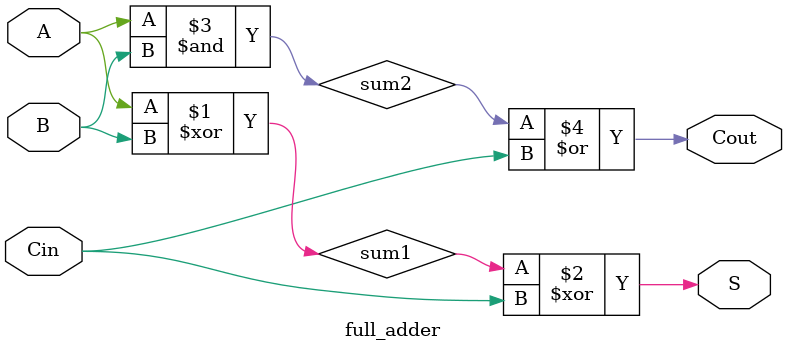
<source format=v>

module ripple_carry_adder (
    S,
    Cout,
    A,
    B,
    Cin
);

    output [3:0] S;
    output Cout;
    input [3:0] A;
    input [3:0] B;
    input Cin;

    wire [3:0] carry_out;
    wire [3:0] sum;

    // Instantiate full adders
    full_adder fa0(
        .S(sum[0]),
        .Cout(carry_out[0]),
        .A(A[0]),
        .B(B[0]),
        .Cin(Cin)
    );

    full_adder fa1(
        .S(sum[1]),
        .Cout(carry_out[1]),
        .A(A[1]),
        .B(B[1]),
        .Cin(carry_out[0])
    );

    full_adder fa2(
        .S(sum[2]),
        .Cout(carry_out[2]),
        .A(A[2]),
        .B(B[2]),
        .Cin(carry_out[1])
    );

    full_adder fa3(
        .S(sum[3]),
        .Cout(Cout),
        .A(A[3]),
        .B(B[3]),
        .Cin(carry_out[2])
    );

    // Assign sum output
    assign S = sum;

endmodule

module full_adder (
    S,
    Cout,
    A,
    B,
    Cin
);

    output S;
    output Cout;
    input A;
    input B;
    input Cin;

    wire sum1;
    wire sum2;

    // XOR gates
    xor (sum1, A, B);
    xor (S, sum1, Cin);

    // AND gate
    and (sum2, A, B);

    // OR gate
    or (Cout, sum2, Cin);

endmodule

</source>
